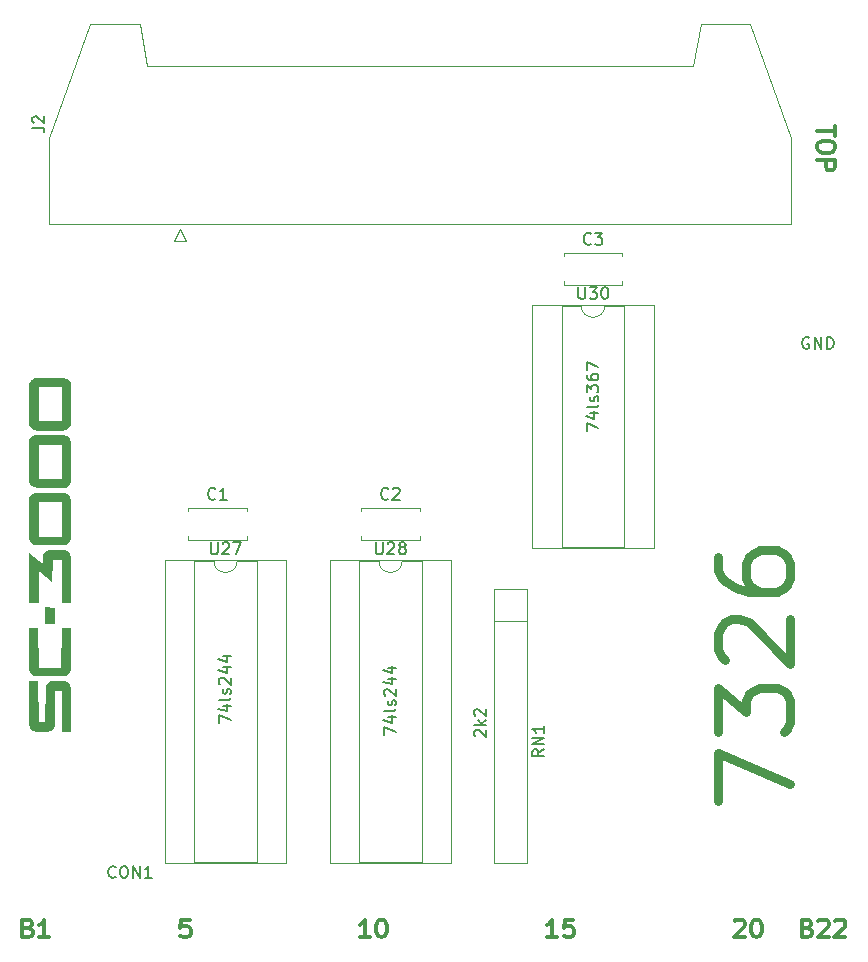
<source format=gbr>
%TF.GenerationSoftware,KiCad,Pcbnew,(6.0.6)*%
%TF.CreationDate,2022-07-31T20:56:31+02:00*%
%TF.ProjectId,SF-7326,53462d37-3332-4362-9e6b-696361645f70,rev?*%
%TF.SameCoordinates,Original*%
%TF.FileFunction,Legend,Top*%
%TF.FilePolarity,Positive*%
%FSLAX46Y46*%
G04 Gerber Fmt 4.6, Leading zero omitted, Abs format (unit mm)*
G04 Created by KiCad (PCBNEW (6.0.6)) date 2022-07-31 20:56:31*
%MOMM*%
%LPD*%
G01*
G04 APERTURE LIST*
%ADD10C,0.000000*%
%ADD11C,0.150000*%
%ADD12C,0.762000*%
%ADD13C,0.300000*%
%ADD14C,0.120000*%
G04 APERTURE END LIST*
D10*
G36*
X74657370Y-67618940D02*
G01*
X74586750Y-67589980D01*
X74512590Y-67552390D01*
X74444010Y-67509720D01*
X74389650Y-67467550D01*
X74282460Y-67370530D01*
X74196100Y-67081980D01*
X74197161Y-66869130D01*
X74993150Y-66869130D01*
X76930160Y-66869130D01*
X76930160Y-63987750D01*
X74993150Y-63987750D01*
X74993150Y-66869130D01*
X74197161Y-66869130D01*
X74213370Y-63616410D01*
X74312430Y-63482800D01*
X74361200Y-63425400D01*
X74422160Y-63367990D01*
X74487190Y-63316690D01*
X74548650Y-63279090D01*
X74685810Y-63207970D01*
X77048010Y-63179020D01*
X77455430Y-63292810D01*
X77709430Y-63626060D01*
X77709430Y-67230830D01*
X77458480Y-67560520D01*
X77084590Y-67672790D01*
X74818400Y-67672790D01*
X74657370Y-67618940D01*
G37*
G36*
X74355110Y-77185590D02*
G01*
X74187470Y-76861490D01*
X74189041Y-76649140D01*
X74993150Y-76649140D01*
X76930160Y-76649140D01*
X76930160Y-73720020D01*
X74993150Y-73720020D01*
X74993150Y-76649140D01*
X74189041Y-76649140D01*
X74213370Y-73360860D01*
X74380000Y-73107370D01*
X74685810Y-72940240D01*
X77236990Y-72940240D01*
X77551440Y-73111940D01*
X77731270Y-73507170D01*
X77733310Y-76861490D01*
X77567700Y-77185590D01*
X77301000Y-77381170D01*
X74622310Y-77381170D01*
X74355110Y-77185590D01*
G37*
G36*
X74969280Y-88908710D02*
G01*
X74994170Y-92381400D01*
X75555000Y-92381400D01*
X75583450Y-89329330D01*
X75750070Y-89075840D01*
X76055890Y-88909220D01*
X77236990Y-88908710D01*
X77551440Y-89080410D01*
X77731270Y-89475640D01*
X77733310Y-93184540D01*
X76930160Y-93184540D01*
X76930160Y-89688490D01*
X76367800Y-89688490D01*
X76339350Y-92688230D01*
X76167650Y-93002680D01*
X75772430Y-93182010D01*
X74827550Y-93184040D01*
X74490230Y-93090060D01*
X74384570Y-92977790D01*
X74340880Y-92923940D01*
X74298720Y-92858920D01*
X74262650Y-92791350D01*
X74238770Y-92729890D01*
X74198130Y-92593740D01*
X74190010Y-88881280D01*
X74969280Y-88908710D01*
G37*
G36*
X77733310Y-87963830D02*
G01*
X77567700Y-88287930D01*
X77301000Y-88483510D01*
X74622310Y-88483510D01*
X74355110Y-88287930D01*
X74190010Y-87963830D01*
X74190010Y-84393100D01*
X74969280Y-84420530D01*
X74994170Y-87751490D01*
X76928630Y-87751490D01*
X76953530Y-84420530D01*
X77733310Y-84393100D01*
X77733310Y-87963830D01*
G37*
G36*
X74969280Y-72545520D02*
G01*
X74568470Y-72485580D01*
X74285000Y-72247330D01*
X74196100Y-71948110D01*
X74197162Y-71735770D01*
X74993150Y-71735770D01*
X76930160Y-71735770D01*
X76930160Y-68853380D01*
X74993150Y-68853380D01*
X74993150Y-71735770D01*
X74197162Y-71735770D01*
X74213370Y-68494730D01*
X74380000Y-68241240D01*
X74685810Y-68074110D01*
X77116090Y-68044640D01*
X77546870Y-68235140D01*
X77731270Y-68641030D01*
X77733310Y-71995360D01*
X77567700Y-72319460D01*
X77301510Y-72515040D01*
X74993150Y-72545210D01*
X74969280Y-72545520D01*
G37*
G36*
X76339350Y-82672500D02*
G01*
X76365770Y-84019210D01*
X75560080Y-84019210D01*
X75560080Y-82645070D01*
X76339350Y-82672500D01*
G37*
G36*
X77551440Y-77978070D02*
G01*
X77731270Y-78373300D01*
X77733310Y-82271180D01*
X76930160Y-82271180D01*
X76930160Y-78586150D01*
X76176290Y-78586150D01*
X76150380Y-80516040D01*
X75016520Y-79584880D01*
X74991630Y-82271180D01*
X74190010Y-82271180D01*
X74190010Y-78013630D01*
X74261630Y-78058340D01*
X74394730Y-78162480D01*
X74624850Y-78349420D01*
X75359420Y-78958510D01*
X75402090Y-78215820D01*
X75561100Y-77973500D01*
X75866910Y-77806370D01*
X77236990Y-77806370D01*
X77551440Y-77978070D01*
G37*
D11*
X121382380Y-67664761D02*
X121382380Y-66998095D01*
X122382380Y-67426666D01*
X121715714Y-66188571D02*
X122382380Y-66188571D01*
X121334761Y-66426666D02*
X122049047Y-66664761D01*
X122049047Y-66045714D01*
X122382380Y-65521904D02*
X122334761Y-65617142D01*
X122239523Y-65664761D01*
X121382380Y-65664761D01*
X122334761Y-65188571D02*
X122382380Y-65093333D01*
X122382380Y-64902857D01*
X122334761Y-64807619D01*
X122239523Y-64760000D01*
X122191904Y-64760000D01*
X122096666Y-64807619D01*
X122049047Y-64902857D01*
X122049047Y-65045714D01*
X122001428Y-65140952D01*
X121906190Y-65188571D01*
X121858571Y-65188571D01*
X121763333Y-65140952D01*
X121715714Y-65045714D01*
X121715714Y-64902857D01*
X121763333Y-64807619D01*
X121382380Y-64426666D02*
X121382380Y-63807619D01*
X121763333Y-64140952D01*
X121763333Y-63998095D01*
X121810952Y-63902857D01*
X121858571Y-63855238D01*
X121953809Y-63807619D01*
X122191904Y-63807619D01*
X122287142Y-63855238D01*
X122334761Y-63902857D01*
X122382380Y-63998095D01*
X122382380Y-64283809D01*
X122334761Y-64379047D01*
X122287142Y-64426666D01*
X121382380Y-62950476D02*
X121382380Y-63140952D01*
X121430000Y-63236190D01*
X121477619Y-63283809D01*
X121620476Y-63379047D01*
X121810952Y-63426666D01*
X122191904Y-63426666D01*
X122287142Y-63379047D01*
X122334761Y-63331428D01*
X122382380Y-63236190D01*
X122382380Y-63045714D01*
X122334761Y-62950476D01*
X122287142Y-62902857D01*
X122191904Y-62855238D01*
X121953809Y-62855238D01*
X121858571Y-62902857D01*
X121810952Y-62950476D01*
X121763333Y-63045714D01*
X121763333Y-63236190D01*
X121810952Y-63331428D01*
X121858571Y-63379047D01*
X121953809Y-63426666D01*
X121382380Y-62521904D02*
X121382380Y-61855238D01*
X122382380Y-62283809D01*
X90257380Y-92439761D02*
X90257380Y-91773095D01*
X91257380Y-92201666D01*
X90590714Y-90963571D02*
X91257380Y-90963571D01*
X90209761Y-91201666D02*
X90924047Y-91439761D01*
X90924047Y-90820714D01*
X91257380Y-90296904D02*
X91209761Y-90392142D01*
X91114523Y-90439761D01*
X90257380Y-90439761D01*
X91209761Y-89963571D02*
X91257380Y-89868333D01*
X91257380Y-89677857D01*
X91209761Y-89582619D01*
X91114523Y-89535000D01*
X91066904Y-89535000D01*
X90971666Y-89582619D01*
X90924047Y-89677857D01*
X90924047Y-89820714D01*
X90876428Y-89915952D01*
X90781190Y-89963571D01*
X90733571Y-89963571D01*
X90638333Y-89915952D01*
X90590714Y-89820714D01*
X90590714Y-89677857D01*
X90638333Y-89582619D01*
X90352619Y-89154047D02*
X90305000Y-89106428D01*
X90257380Y-89011190D01*
X90257380Y-88773095D01*
X90305000Y-88677857D01*
X90352619Y-88630238D01*
X90447857Y-88582619D01*
X90543095Y-88582619D01*
X90685952Y-88630238D01*
X91257380Y-89201666D01*
X91257380Y-88582619D01*
X90590714Y-87725476D02*
X91257380Y-87725476D01*
X90209761Y-87963571D02*
X90924047Y-88201666D01*
X90924047Y-87582619D01*
X90590714Y-86773095D02*
X91257380Y-86773095D01*
X90209761Y-87011190D02*
X90924047Y-87249285D01*
X90924047Y-86630238D01*
X111952619Y-93570266D02*
X111905000Y-93522647D01*
X111857380Y-93427409D01*
X111857380Y-93189314D01*
X111905000Y-93094076D01*
X111952619Y-93046457D01*
X112047857Y-92998838D01*
X112143095Y-92998838D01*
X112285952Y-93046457D01*
X112857380Y-93617885D01*
X112857380Y-92998838D01*
X112857380Y-92570266D02*
X111857380Y-92570266D01*
X112476428Y-92475028D02*
X112857380Y-92189314D01*
X112190714Y-92189314D02*
X112571666Y-92570266D01*
X111952619Y-91808361D02*
X111905000Y-91760742D01*
X111857380Y-91665504D01*
X111857380Y-91427409D01*
X111905000Y-91332171D01*
X111952619Y-91284552D01*
X112047857Y-91236933D01*
X112143095Y-91236933D01*
X112285952Y-91284552D01*
X112857380Y-91855980D01*
X112857380Y-91236933D01*
D12*
X132551714Y-99005571D02*
X132551714Y-94941571D01*
X138647714Y-97554142D01*
X132551714Y-93199857D02*
X132551714Y-89426142D01*
X134874000Y-91458142D01*
X134874000Y-90587285D01*
X135164285Y-90006714D01*
X135454571Y-89716428D01*
X136035142Y-89426142D01*
X137486571Y-89426142D01*
X138067142Y-89716428D01*
X138357428Y-90006714D01*
X138647714Y-90587285D01*
X138647714Y-92329000D01*
X138357428Y-92909571D01*
X138067142Y-93199857D01*
X133132285Y-87103857D02*
X132842000Y-86813571D01*
X132551714Y-86233000D01*
X132551714Y-84781571D01*
X132842000Y-84201000D01*
X133132285Y-83910714D01*
X133712857Y-83620428D01*
X134293428Y-83620428D01*
X135164285Y-83910714D01*
X138647714Y-87394142D01*
X138647714Y-83620428D01*
X132551714Y-78395285D02*
X132551714Y-79556428D01*
X132842000Y-80137000D01*
X133132285Y-80427285D01*
X134003142Y-81007857D01*
X135164285Y-81298142D01*
X137486571Y-81298142D01*
X138067142Y-81007857D01*
X138357428Y-80717571D01*
X138647714Y-80137000D01*
X138647714Y-78975857D01*
X138357428Y-78395285D01*
X138067142Y-78105000D01*
X137486571Y-77814714D01*
X136035142Y-77814714D01*
X135454571Y-78105000D01*
X135164285Y-78395285D01*
X134874000Y-78975857D01*
X134874000Y-80137000D01*
X135164285Y-80717571D01*
X135454571Y-81007857D01*
X136035142Y-81298142D01*
D13*
X142426428Y-41850714D02*
X142426428Y-42707857D01*
X140926428Y-42279285D02*
X142426428Y-42279285D01*
X142426428Y-43493571D02*
X142426428Y-43779285D01*
X142355000Y-43922142D01*
X142212142Y-44065000D01*
X141926428Y-44136428D01*
X141426428Y-44136428D01*
X141140714Y-44065000D01*
X140997857Y-43922142D01*
X140926428Y-43779285D01*
X140926428Y-43493571D01*
X140997857Y-43350714D01*
X141140714Y-43207857D01*
X141426428Y-43136428D01*
X141926428Y-43136428D01*
X142212142Y-43207857D01*
X142355000Y-43350714D01*
X142426428Y-43493571D01*
X140926428Y-44779285D02*
X142426428Y-44779285D01*
X142426428Y-45350714D01*
X142355000Y-45493571D01*
X142283571Y-45565000D01*
X142140714Y-45636428D01*
X141926428Y-45636428D01*
X141783571Y-45565000D01*
X141712142Y-45493571D01*
X141640714Y-45350714D01*
X141640714Y-44779285D01*
D11*
X104237380Y-93403361D02*
X104237380Y-92736695D01*
X105237380Y-93165266D01*
X104570714Y-91927171D02*
X105237380Y-91927171D01*
X104189761Y-92165266D02*
X104904047Y-92403361D01*
X104904047Y-91784314D01*
X105237380Y-91260504D02*
X105189761Y-91355742D01*
X105094523Y-91403361D01*
X104237380Y-91403361D01*
X105189761Y-90927171D02*
X105237380Y-90831933D01*
X105237380Y-90641457D01*
X105189761Y-90546219D01*
X105094523Y-90498600D01*
X105046904Y-90498600D01*
X104951666Y-90546219D01*
X104904047Y-90641457D01*
X104904047Y-90784314D01*
X104856428Y-90879552D01*
X104761190Y-90927171D01*
X104713571Y-90927171D01*
X104618333Y-90879552D01*
X104570714Y-90784314D01*
X104570714Y-90641457D01*
X104618333Y-90546219D01*
X104332619Y-90117647D02*
X104285000Y-90070028D01*
X104237380Y-89974790D01*
X104237380Y-89736695D01*
X104285000Y-89641457D01*
X104332619Y-89593838D01*
X104427857Y-89546219D01*
X104523095Y-89546219D01*
X104665952Y-89593838D01*
X105237380Y-90165266D01*
X105237380Y-89546219D01*
X104570714Y-88689076D02*
X105237380Y-88689076D01*
X104189761Y-88927171D02*
X104904047Y-89165266D01*
X104904047Y-88546219D01*
X104570714Y-87736695D02*
X105237380Y-87736695D01*
X104189761Y-87974790D02*
X104904047Y-88212885D01*
X104904047Y-87593838D01*
%TO.C,GND*%
X140208095Y-59800000D02*
X140112857Y-59752380D01*
X139970000Y-59752380D01*
X139827142Y-59800000D01*
X139731904Y-59895238D01*
X139684285Y-59990476D01*
X139636666Y-60180952D01*
X139636666Y-60323809D01*
X139684285Y-60514285D01*
X139731904Y-60609523D01*
X139827142Y-60704761D01*
X139970000Y-60752380D01*
X140065238Y-60752380D01*
X140208095Y-60704761D01*
X140255714Y-60657142D01*
X140255714Y-60323809D01*
X140065238Y-60323809D01*
X140684285Y-60752380D02*
X140684285Y-59752380D01*
X141255714Y-60752380D01*
X141255714Y-59752380D01*
X141731904Y-60752380D02*
X141731904Y-59752380D01*
X141970000Y-59752380D01*
X142112857Y-59800000D01*
X142208095Y-59895238D01*
X142255714Y-59990476D01*
X142303333Y-60180952D01*
X142303333Y-60323809D01*
X142255714Y-60514285D01*
X142208095Y-60609523D01*
X142112857Y-60704761D01*
X141970000Y-60752380D01*
X141731904Y-60752380D01*
%TO.C,C1*%
X89963333Y-73422142D02*
X89915714Y-73469761D01*
X89772857Y-73517380D01*
X89677619Y-73517380D01*
X89534761Y-73469761D01*
X89439523Y-73374523D01*
X89391904Y-73279285D01*
X89344285Y-73088809D01*
X89344285Y-72945952D01*
X89391904Y-72755476D01*
X89439523Y-72660238D01*
X89534761Y-72565000D01*
X89677619Y-72517380D01*
X89772857Y-72517380D01*
X89915714Y-72565000D01*
X89963333Y-72612619D01*
X90915714Y-73517380D02*
X90344285Y-73517380D01*
X90630000Y-73517380D02*
X90630000Y-72517380D01*
X90534761Y-72660238D01*
X90439523Y-72755476D01*
X90344285Y-72803095D01*
%TO.C,U28*%
X103546904Y-77137380D02*
X103546904Y-77946904D01*
X103594523Y-78042142D01*
X103642142Y-78089761D01*
X103737380Y-78137380D01*
X103927857Y-78137380D01*
X104023095Y-78089761D01*
X104070714Y-78042142D01*
X104118333Y-77946904D01*
X104118333Y-77137380D01*
X104546904Y-77232619D02*
X104594523Y-77185000D01*
X104689761Y-77137380D01*
X104927857Y-77137380D01*
X105023095Y-77185000D01*
X105070714Y-77232619D01*
X105118333Y-77327857D01*
X105118333Y-77423095D01*
X105070714Y-77565952D01*
X104499285Y-78137380D01*
X105118333Y-78137380D01*
X105689761Y-77565952D02*
X105594523Y-77518333D01*
X105546904Y-77470714D01*
X105499285Y-77375476D01*
X105499285Y-77327857D01*
X105546904Y-77232619D01*
X105594523Y-77185000D01*
X105689761Y-77137380D01*
X105880238Y-77137380D01*
X105975476Y-77185000D01*
X106023095Y-77232619D01*
X106070714Y-77327857D01*
X106070714Y-77375476D01*
X106023095Y-77470714D01*
X105975476Y-77518333D01*
X105880238Y-77565952D01*
X105689761Y-77565952D01*
X105594523Y-77613571D01*
X105546904Y-77661190D01*
X105499285Y-77756428D01*
X105499285Y-77946904D01*
X105546904Y-78042142D01*
X105594523Y-78089761D01*
X105689761Y-78137380D01*
X105880238Y-78137380D01*
X105975476Y-78089761D01*
X106023095Y-78042142D01*
X106070714Y-77946904D01*
X106070714Y-77756428D01*
X106023095Y-77661190D01*
X105975476Y-77613571D01*
X105880238Y-77565952D01*
%TO.C,C2*%
X104608333Y-73422142D02*
X104560714Y-73469761D01*
X104417857Y-73517380D01*
X104322619Y-73517380D01*
X104179761Y-73469761D01*
X104084523Y-73374523D01*
X104036904Y-73279285D01*
X103989285Y-73088809D01*
X103989285Y-72945952D01*
X104036904Y-72755476D01*
X104084523Y-72660238D01*
X104179761Y-72565000D01*
X104322619Y-72517380D01*
X104417857Y-72517380D01*
X104560714Y-72565000D01*
X104608333Y-72612619D01*
X104989285Y-72612619D02*
X105036904Y-72565000D01*
X105132142Y-72517380D01*
X105370238Y-72517380D01*
X105465476Y-72565000D01*
X105513095Y-72612619D01*
X105560714Y-72707857D01*
X105560714Y-72803095D01*
X105513095Y-72945952D01*
X104941666Y-73517380D01*
X105560714Y-73517380D01*
%TO.C,J2*%
X74467380Y-42032233D02*
X75181666Y-42032233D01*
X75324523Y-42079852D01*
X75419761Y-42175090D01*
X75467380Y-42317947D01*
X75467380Y-42413185D01*
X74562619Y-41603661D02*
X74515000Y-41556042D01*
X74467380Y-41460804D01*
X74467380Y-41222709D01*
X74515000Y-41127471D01*
X74562619Y-41079852D01*
X74657857Y-41032233D01*
X74753095Y-41032233D01*
X74895952Y-41079852D01*
X75467380Y-41651280D01*
X75467380Y-41032233D01*
%TO.C,C3*%
X121753333Y-51832142D02*
X121705714Y-51879761D01*
X121562857Y-51927380D01*
X121467619Y-51927380D01*
X121324761Y-51879761D01*
X121229523Y-51784523D01*
X121181904Y-51689285D01*
X121134285Y-51498809D01*
X121134285Y-51355952D01*
X121181904Y-51165476D01*
X121229523Y-51070238D01*
X121324761Y-50975000D01*
X121467619Y-50927380D01*
X121562857Y-50927380D01*
X121705714Y-50975000D01*
X121753333Y-51022619D01*
X122086666Y-50927380D02*
X122705714Y-50927380D01*
X122372380Y-51308333D01*
X122515238Y-51308333D01*
X122610476Y-51355952D01*
X122658095Y-51403571D01*
X122705714Y-51498809D01*
X122705714Y-51736904D01*
X122658095Y-51832142D01*
X122610476Y-51879761D01*
X122515238Y-51927380D01*
X122229523Y-51927380D01*
X122134285Y-51879761D01*
X122086666Y-51832142D01*
%TO.C,U30*%
X120691904Y-55532380D02*
X120691904Y-56341904D01*
X120739523Y-56437142D01*
X120787142Y-56484761D01*
X120882380Y-56532380D01*
X121072857Y-56532380D01*
X121168095Y-56484761D01*
X121215714Y-56437142D01*
X121263333Y-56341904D01*
X121263333Y-55532380D01*
X121644285Y-55532380D02*
X122263333Y-55532380D01*
X121930000Y-55913333D01*
X122072857Y-55913333D01*
X122168095Y-55960952D01*
X122215714Y-56008571D01*
X122263333Y-56103809D01*
X122263333Y-56341904D01*
X122215714Y-56437142D01*
X122168095Y-56484761D01*
X122072857Y-56532380D01*
X121787142Y-56532380D01*
X121691904Y-56484761D01*
X121644285Y-56437142D01*
X122882380Y-55532380D02*
X122977619Y-55532380D01*
X123072857Y-55580000D01*
X123120476Y-55627619D01*
X123168095Y-55722857D01*
X123215714Y-55913333D01*
X123215714Y-56151428D01*
X123168095Y-56341904D01*
X123120476Y-56437142D01*
X123072857Y-56484761D01*
X122977619Y-56532380D01*
X122882380Y-56532380D01*
X122787142Y-56484761D01*
X122739523Y-56437142D01*
X122691904Y-56341904D01*
X122644285Y-56151428D01*
X122644285Y-55913333D01*
X122691904Y-55722857D01*
X122739523Y-55627619D01*
X122787142Y-55580000D01*
X122882380Y-55532380D01*
%TO.C,RN1*%
X117787380Y-94670476D02*
X117311190Y-95003809D01*
X117787380Y-95241904D02*
X116787380Y-95241904D01*
X116787380Y-94860952D01*
X116835000Y-94765714D01*
X116882619Y-94718095D01*
X116977857Y-94670476D01*
X117120714Y-94670476D01*
X117215952Y-94718095D01*
X117263571Y-94765714D01*
X117311190Y-94860952D01*
X117311190Y-95241904D01*
X117787380Y-94241904D02*
X116787380Y-94241904D01*
X117787380Y-93670476D01*
X116787380Y-93670476D01*
X117787380Y-92670476D02*
X117787380Y-93241904D01*
X117787380Y-92956190D02*
X116787380Y-92956190D01*
X116930238Y-93051428D01*
X117025476Y-93146666D01*
X117073095Y-93241904D01*
%TO.C,CON1*%
X81516214Y-105447942D02*
X81468595Y-105495561D01*
X81325738Y-105543180D01*
X81230500Y-105543180D01*
X81087642Y-105495561D01*
X80992404Y-105400323D01*
X80944785Y-105305085D01*
X80897166Y-105114609D01*
X80897166Y-104971752D01*
X80944785Y-104781276D01*
X80992404Y-104686038D01*
X81087642Y-104590800D01*
X81230500Y-104543180D01*
X81325738Y-104543180D01*
X81468595Y-104590800D01*
X81516214Y-104638419D01*
X82135261Y-104543180D02*
X82325738Y-104543180D01*
X82420976Y-104590800D01*
X82516214Y-104686038D01*
X82563833Y-104876514D01*
X82563833Y-105209847D01*
X82516214Y-105400323D01*
X82420976Y-105495561D01*
X82325738Y-105543180D01*
X82135261Y-105543180D01*
X82040023Y-105495561D01*
X81944785Y-105400323D01*
X81897166Y-105209847D01*
X81897166Y-104876514D01*
X81944785Y-104686038D01*
X82040023Y-104590800D01*
X82135261Y-104543180D01*
X82992404Y-105543180D02*
X82992404Y-104543180D01*
X83563833Y-105543180D01*
X83563833Y-104543180D01*
X84563833Y-105543180D02*
X83992404Y-105543180D01*
X84278119Y-105543180D02*
X84278119Y-104543180D01*
X84182880Y-104686038D01*
X84087642Y-104781276D01*
X83992404Y-104828895D01*
D13*
X118893785Y-110572501D02*
X118036642Y-110572501D01*
X118465214Y-110572501D02*
X118465214Y-109072501D01*
X118322357Y-109286787D01*
X118179500Y-109429644D01*
X118036642Y-109501072D01*
X120250928Y-109072501D02*
X119536642Y-109072501D01*
X119465214Y-109786787D01*
X119536642Y-109715358D01*
X119679500Y-109643930D01*
X120036642Y-109643930D01*
X120179500Y-109715358D01*
X120250928Y-109786787D01*
X120322357Y-109929644D01*
X120322357Y-110286787D01*
X120250928Y-110429644D01*
X120179500Y-110501072D01*
X120036642Y-110572501D01*
X119679500Y-110572501D01*
X119536642Y-110501072D01*
X119465214Y-110429644D01*
X87786642Y-109072501D02*
X87072357Y-109072501D01*
X87000928Y-109786787D01*
X87072357Y-109715358D01*
X87215214Y-109643930D01*
X87572357Y-109643930D01*
X87715214Y-109715358D01*
X87786642Y-109786787D01*
X87858071Y-109929644D01*
X87858071Y-110286787D01*
X87786642Y-110429644D01*
X87715214Y-110501072D01*
X87572357Y-110572501D01*
X87215214Y-110572501D01*
X87072357Y-110501072D01*
X87000928Y-110429644D01*
X140083071Y-109786787D02*
X140297357Y-109858215D01*
X140368785Y-109929644D01*
X140440214Y-110072501D01*
X140440214Y-110286787D01*
X140368785Y-110429644D01*
X140297357Y-110501072D01*
X140154500Y-110572501D01*
X139583071Y-110572501D01*
X139583071Y-109072501D01*
X140083071Y-109072501D01*
X140225928Y-109143930D01*
X140297357Y-109215358D01*
X140368785Y-109358215D01*
X140368785Y-109501072D01*
X140297357Y-109643930D01*
X140225928Y-109715358D01*
X140083071Y-109786787D01*
X139583071Y-109786787D01*
X141011642Y-109215358D02*
X141083071Y-109143930D01*
X141225928Y-109072501D01*
X141583071Y-109072501D01*
X141725928Y-109143930D01*
X141797357Y-109215358D01*
X141868785Y-109358215D01*
X141868785Y-109501072D01*
X141797357Y-109715358D01*
X140940214Y-110572501D01*
X141868785Y-110572501D01*
X142440214Y-109215358D02*
X142511642Y-109143930D01*
X142654500Y-109072501D01*
X143011642Y-109072501D01*
X143154500Y-109143930D01*
X143225928Y-109215358D01*
X143297357Y-109358215D01*
X143297357Y-109501072D01*
X143225928Y-109715358D01*
X142368785Y-110572501D01*
X143297357Y-110572501D01*
X103018785Y-110572501D02*
X102161642Y-110572501D01*
X102590214Y-110572501D02*
X102590214Y-109072501D01*
X102447357Y-109286787D01*
X102304500Y-109429644D01*
X102161642Y-109501072D01*
X103947357Y-109072501D02*
X104090214Y-109072501D01*
X104233071Y-109143930D01*
X104304500Y-109215358D01*
X104375928Y-109358215D01*
X104447357Y-109643930D01*
X104447357Y-110001072D01*
X104375928Y-110286787D01*
X104304500Y-110429644D01*
X104233071Y-110501072D01*
X104090214Y-110572501D01*
X103947357Y-110572501D01*
X103804500Y-110501072D01*
X103733071Y-110429644D01*
X103661642Y-110286787D01*
X103590214Y-110001072D01*
X103590214Y-109643930D01*
X103661642Y-109358215D01*
X103733071Y-109215358D01*
X103804500Y-109143930D01*
X103947357Y-109072501D01*
X74122357Y-109786787D02*
X74336642Y-109858215D01*
X74408071Y-109929644D01*
X74479500Y-110072501D01*
X74479500Y-110286787D01*
X74408071Y-110429644D01*
X74336642Y-110501072D01*
X74193785Y-110572501D01*
X73622357Y-110572501D01*
X73622357Y-109072501D01*
X74122357Y-109072501D01*
X74265214Y-109143930D01*
X74336642Y-109215358D01*
X74408071Y-109358215D01*
X74408071Y-109501072D01*
X74336642Y-109643930D01*
X74265214Y-109715358D01*
X74122357Y-109786787D01*
X73622357Y-109786787D01*
X75908071Y-110572501D02*
X75050928Y-110572501D01*
X75479500Y-110572501D02*
X75479500Y-109072501D01*
X75336642Y-109286787D01*
X75193785Y-109429644D01*
X75050928Y-109501072D01*
X133911642Y-109215358D02*
X133983071Y-109143930D01*
X134125928Y-109072501D01*
X134483071Y-109072501D01*
X134625928Y-109143930D01*
X134697357Y-109215358D01*
X134768785Y-109358215D01*
X134768785Y-109501072D01*
X134697357Y-109715358D01*
X133840214Y-110572501D01*
X134768785Y-110572501D01*
X135697357Y-109072501D02*
X135840214Y-109072501D01*
X135983071Y-109143930D01*
X136054500Y-109215358D01*
X136125928Y-109358215D01*
X136197357Y-109643930D01*
X136197357Y-110001072D01*
X136125928Y-110286787D01*
X136054500Y-110429644D01*
X135983071Y-110501072D01*
X135840214Y-110572501D01*
X135697357Y-110572501D01*
X135554500Y-110501072D01*
X135483071Y-110429644D01*
X135411642Y-110286787D01*
X135340214Y-110001072D01*
X135340214Y-109643930D01*
X135411642Y-109358215D01*
X135483071Y-109215358D01*
X135554500Y-109143930D01*
X135697357Y-109072501D01*
D11*
%TO.C,U27*%
X89576904Y-77137380D02*
X89576904Y-77946904D01*
X89624523Y-78042142D01*
X89672142Y-78089761D01*
X89767380Y-78137380D01*
X89957857Y-78137380D01*
X90053095Y-78089761D01*
X90100714Y-78042142D01*
X90148333Y-77946904D01*
X90148333Y-77137380D01*
X90576904Y-77232619D02*
X90624523Y-77185000D01*
X90719761Y-77137380D01*
X90957857Y-77137380D01*
X91053095Y-77185000D01*
X91100714Y-77232619D01*
X91148333Y-77327857D01*
X91148333Y-77423095D01*
X91100714Y-77565952D01*
X90529285Y-78137380D01*
X91148333Y-78137380D01*
X91481666Y-77137380D02*
X92148333Y-77137380D01*
X91719761Y-78137380D01*
D14*
%TO.C,C1*%
X87660000Y-74195000D02*
X92600000Y-74195000D01*
X92600000Y-74195000D02*
X92600000Y-74510000D01*
X87660000Y-76935000D02*
X92600000Y-76935000D01*
X87660000Y-76620000D02*
X87660000Y-76935000D01*
X92600000Y-76620000D02*
X92600000Y-76935000D01*
X87660000Y-74195000D02*
X87660000Y-74510000D01*
%TO.C,U28*%
X99645000Y-78625000D02*
X99645000Y-104265000D01*
X99645000Y-104265000D02*
X109925000Y-104265000D01*
X107435000Y-78685000D02*
X105785000Y-78685000D01*
X102135000Y-78685000D02*
X102135000Y-104205000D01*
X102135000Y-104205000D02*
X107435000Y-104205000D01*
X107435000Y-104205000D02*
X107435000Y-78685000D01*
X103785000Y-78685000D02*
X102135000Y-78685000D01*
X109925000Y-104265000D02*
X109925000Y-78625000D01*
X109925000Y-78625000D02*
X99645000Y-78625000D01*
X103785000Y-78685000D02*
G75*
G03*
X105785000Y-78685000I1000000J0D01*
G01*
%TO.C,C2*%
X107245000Y-76620000D02*
X107245000Y-76935000D01*
X102305000Y-76620000D02*
X102305000Y-76935000D01*
X102305000Y-74195000D02*
X107245000Y-74195000D01*
X102305000Y-74195000D02*
X102305000Y-74510000D01*
X107245000Y-74195000D02*
X107245000Y-74510000D01*
X102305000Y-76935000D02*
X107245000Y-76935000D01*
%TO.C,J2*%
X75905000Y-50193900D02*
X75905000Y-42863900D01*
X130415000Y-36763900D02*
X131045000Y-33203900D01*
X87485000Y-51583900D02*
X86985000Y-50583900D01*
X79375000Y-33203900D02*
X83565000Y-33203900D01*
X75905000Y-42863900D02*
X79375000Y-33203900D01*
X131045000Y-33203900D02*
X135235000Y-33203900D01*
X83565000Y-33203900D02*
X84195000Y-36763900D01*
X138705000Y-50193900D02*
X75905000Y-50193900D01*
X135235000Y-33203900D02*
X138705000Y-42863900D01*
X86485000Y-51583900D02*
X87485000Y-51583900D01*
X84195000Y-36763900D02*
X130415000Y-36763900D01*
X138705000Y-42863900D02*
X138705000Y-50193900D01*
X86985000Y-50583900D02*
X86485000Y-51583900D01*
%TO.C,C3*%
X124390000Y-52605000D02*
X124390000Y-52920000D01*
X119450000Y-55030000D02*
X119450000Y-55345000D01*
X119450000Y-52605000D02*
X119450000Y-52920000D01*
X119450000Y-55345000D02*
X124390000Y-55345000D01*
X124390000Y-55030000D02*
X124390000Y-55345000D01*
X119450000Y-52605000D02*
X124390000Y-52605000D01*
%TO.C,U30*%
X127070000Y-57020000D02*
X116790000Y-57020000D01*
X119280000Y-57080000D02*
X119280000Y-77520000D01*
X127070000Y-77580000D02*
X127070000Y-57020000D01*
X116790000Y-57020000D02*
X116790000Y-77580000D01*
X116790000Y-77580000D02*
X127070000Y-77580000D01*
X119280000Y-77520000D02*
X124580000Y-77520000D01*
X124580000Y-57080000D02*
X122930000Y-57080000D01*
X124580000Y-77520000D02*
X124580000Y-57080000D01*
X120930000Y-57080000D02*
X119280000Y-57080000D01*
X120930000Y-57080000D02*
G75*
G03*
X122930000Y-57080000I1000000J0D01*
G01*
%TO.C,RN1*%
X116335000Y-83820000D02*
X113535000Y-83820000D01*
X116335000Y-81110000D02*
X113535000Y-81110000D01*
X113535000Y-81110000D02*
X113535000Y-104310000D01*
X116335000Y-104310000D02*
X116335000Y-81110000D01*
X113535000Y-104310000D02*
X116335000Y-104310000D01*
%TO.C,U27*%
X88165000Y-104205000D02*
X93465000Y-104205000D01*
X89815000Y-78685000D02*
X88165000Y-78685000D01*
X95955000Y-78625000D02*
X85675000Y-78625000D01*
X85675000Y-104265000D02*
X95955000Y-104265000D01*
X95955000Y-104265000D02*
X95955000Y-78625000D01*
X93465000Y-78685000D02*
X91815000Y-78685000D01*
X93465000Y-104205000D02*
X93465000Y-78685000D01*
X85675000Y-78625000D02*
X85675000Y-104265000D01*
X88165000Y-78685000D02*
X88165000Y-104205000D01*
X89815000Y-78685000D02*
G75*
G03*
X91815000Y-78685000I1000000J0D01*
G01*
%TD*%
M02*

</source>
